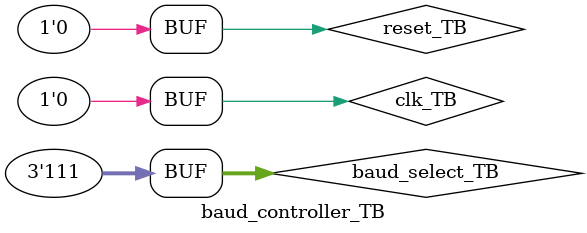
<source format=sv>
`timescale 1ns/1ps
module baud_controller_TB ();
  
  reg clk_TB;
  reg reset_TB;
  reg [2:0] baud_select_TB;
  wire sample_ENABLE_TB;
  
  baud_controller baud_controller_TB(reset_TB, clk_TB, baud_select_TB, sample_ENABLE_TB);
  
  initial begin 
    $dumpfile("dump.vcd"); $dumpvars;
    clk_TB=0; reset_TB=0; baud_select_TB=3'b111;
    #20 clk_TB = 1;
    #20 clk_TB = 0;
    #20 clk_TB = 1;
    #20 clk_TB = 0;
    #20 clk_TB = 1;
    #20 clk_TB = 0;
    #20 clk_TB = 1;
    #20 clk_TB = 0;
    
  end
  
endmodule
</source>
